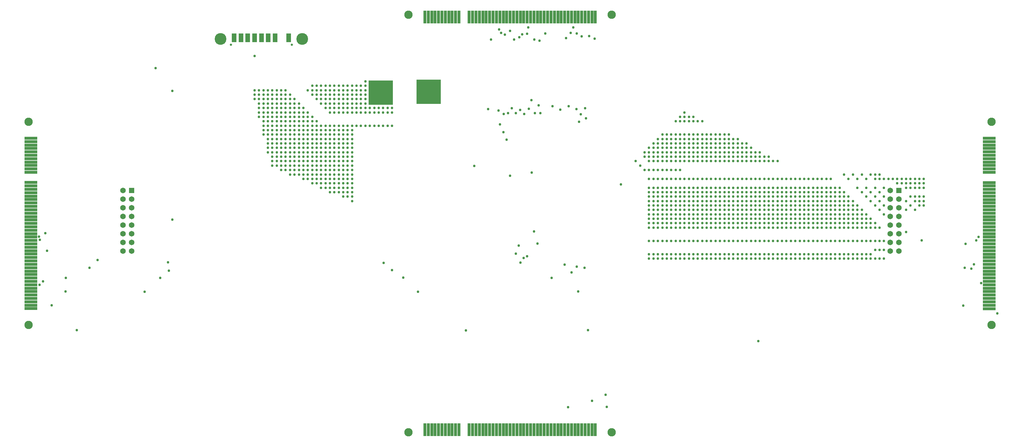
<source format=gbs>
G04*
G04 #@! TF.GenerationSoftware,Altium Limited,Altium Designer,22.11.1 (43)*
G04*
G04 Layer_Color=16711935*
%FSLAX25Y25*%
%MOIN*%
G70*
G04*
G04 #@! TF.SameCoordinates,5E32505C-E00D-4BFB-BC25-6037A3F64914*
G04*
G04*
G04 #@! TF.FilePolarity,Negative*
G04*
G01*
G75*
%ADD17R,0.14764X0.03347*%
%ADD18R,0.03347X0.14764*%
%ADD19R,0.28150X0.28150*%
%ADD20C,0.13583*%
%ADD21C,0.02559*%
%ADD22C,0.09646*%
%ADD23C,0.06496*%
%ADD24R,0.06496X0.06496*%
%ADD25C,0.02953*%
%ADD34R,0.05709X0.10039*%
D17*
X1178347Y408452D02*
D03*
Y404515D02*
D03*
Y400578D02*
D03*
Y396641D02*
D03*
Y392704D02*
D03*
Y388767D02*
D03*
Y384830D02*
D03*
Y380893D02*
D03*
Y376956D02*
D03*
Y373019D02*
D03*
Y369082D02*
D03*
Y357271D02*
D03*
Y353334D02*
D03*
Y349397D02*
D03*
Y345460D02*
D03*
Y341523D02*
D03*
Y337586D02*
D03*
Y333649D02*
D03*
Y329712D02*
D03*
Y325775D02*
D03*
Y321838D02*
D03*
Y317901D02*
D03*
Y313964D02*
D03*
Y310027D02*
D03*
Y306090D02*
D03*
Y302153D02*
D03*
Y298216D02*
D03*
Y294279D02*
D03*
Y290342D02*
D03*
Y286405D02*
D03*
Y282468D02*
D03*
Y278531D02*
D03*
Y274594D02*
D03*
Y270657D02*
D03*
Y266720D02*
D03*
Y262783D02*
D03*
Y258846D02*
D03*
Y254909D02*
D03*
Y250972D02*
D03*
Y247035D02*
D03*
Y243098D02*
D03*
Y239161D02*
D03*
Y235224D02*
D03*
Y231287D02*
D03*
Y227350D02*
D03*
Y223413D02*
D03*
Y219476D02*
D03*
Y215539D02*
D03*
Y211602D02*
D03*
X71654Y408477D02*
D03*
Y404540D02*
D03*
Y400603D02*
D03*
Y396666D02*
D03*
Y392729D02*
D03*
Y388792D02*
D03*
Y384855D02*
D03*
Y380918D02*
D03*
Y376981D02*
D03*
Y373044D02*
D03*
Y369107D02*
D03*
Y357296D02*
D03*
Y353359D02*
D03*
Y349422D02*
D03*
Y345485D02*
D03*
Y341548D02*
D03*
Y337611D02*
D03*
Y333674D02*
D03*
Y329737D02*
D03*
Y325800D02*
D03*
Y321863D02*
D03*
Y317926D02*
D03*
Y313989D02*
D03*
Y310052D02*
D03*
Y306115D02*
D03*
Y302178D02*
D03*
Y298241D02*
D03*
Y294304D02*
D03*
Y290367D02*
D03*
Y286430D02*
D03*
Y282493D02*
D03*
Y278556D02*
D03*
Y274619D02*
D03*
Y270682D02*
D03*
Y266745D02*
D03*
Y262808D02*
D03*
Y258871D02*
D03*
Y254934D02*
D03*
Y250997D02*
D03*
Y247060D02*
D03*
Y243123D02*
D03*
Y239186D02*
D03*
Y235249D02*
D03*
Y231312D02*
D03*
Y227375D02*
D03*
Y223438D02*
D03*
Y219501D02*
D03*
Y215564D02*
D03*
Y211627D02*
D03*
D18*
X526575Y71654D02*
D03*
X530512D02*
D03*
X534449D02*
D03*
X538386D02*
D03*
X542323D02*
D03*
X546260D02*
D03*
X550197D02*
D03*
X554134D02*
D03*
X558071D02*
D03*
X562008D02*
D03*
X565945D02*
D03*
X577756D02*
D03*
X581693D02*
D03*
X585630D02*
D03*
X589567D02*
D03*
X593504D02*
D03*
X597441D02*
D03*
X601378D02*
D03*
X605315D02*
D03*
X609252D02*
D03*
X613189D02*
D03*
X617126D02*
D03*
X621063D02*
D03*
X625000D02*
D03*
X628937D02*
D03*
X632874D02*
D03*
X636811D02*
D03*
X640748D02*
D03*
X644685D02*
D03*
X648622D02*
D03*
X652559D02*
D03*
X656496D02*
D03*
X660433D02*
D03*
X664370D02*
D03*
X668307D02*
D03*
X672244D02*
D03*
X676181D02*
D03*
X680118D02*
D03*
X684055D02*
D03*
X687992D02*
D03*
X691929D02*
D03*
X695866D02*
D03*
X699803D02*
D03*
X703740D02*
D03*
X707677D02*
D03*
X711614D02*
D03*
X715551D02*
D03*
X719488D02*
D03*
X723425D02*
D03*
Y548413D02*
D03*
X719488D02*
D03*
X715551D02*
D03*
X711614D02*
D03*
X707677D02*
D03*
X703740D02*
D03*
X699803D02*
D03*
X695866D02*
D03*
X691929D02*
D03*
X687992D02*
D03*
X684055D02*
D03*
X680118D02*
D03*
X676181D02*
D03*
X672244D02*
D03*
X668307D02*
D03*
X664370D02*
D03*
X660433D02*
D03*
X656496D02*
D03*
X652559D02*
D03*
X648622D02*
D03*
X644685D02*
D03*
X640748D02*
D03*
X636811D02*
D03*
X632874D02*
D03*
X628937D02*
D03*
X625000D02*
D03*
X621063D02*
D03*
X617126D02*
D03*
X613189D02*
D03*
X609252D02*
D03*
X605315D02*
D03*
X601378D02*
D03*
X597441D02*
D03*
X593504D02*
D03*
X589567D02*
D03*
X585630D02*
D03*
X581693D02*
D03*
X577756D02*
D03*
X565945D02*
D03*
X562008D02*
D03*
X558071D02*
D03*
X554134D02*
D03*
X550197D02*
D03*
X546260D02*
D03*
X542323D02*
D03*
X538386D02*
D03*
X534449D02*
D03*
X530512D02*
D03*
X526575D02*
D03*
D19*
X531000Y462000D02*
D03*
X475500Y461000D02*
D03*
D20*
X290736Y523228D02*
D03*
X384830D02*
D03*
D21*
X302743Y516535D02*
D03*
X372822D02*
D03*
D22*
X1181102Y427350D02*
D03*
Y192704D02*
D03*
X507677Y68898D02*
D03*
X742323D02*
D03*
X742323Y551169D02*
D03*
X507677D02*
D03*
X68898Y427375D02*
D03*
Y192729D02*
D03*
D23*
X178071Y277992D02*
D03*
X188071D02*
D03*
X178071Y287992D02*
D03*
X188071D02*
D03*
X178071Y297992D02*
D03*
X188071D02*
D03*
X178071Y307992D02*
D03*
X188071D02*
D03*
X178071Y317992D02*
D03*
X188071D02*
D03*
X178071Y327992D02*
D03*
X188071D02*
D03*
X178071Y337992D02*
D03*
X188071D02*
D03*
X178071Y347992D02*
D03*
X1063898Y277992D02*
D03*
X1073898D02*
D03*
X1063898Y287992D02*
D03*
X1073898D02*
D03*
X1063898Y297992D02*
D03*
X1073898D02*
D03*
X1063898Y307992D02*
D03*
X1073898D02*
D03*
X1063898Y317992D02*
D03*
X1073898D02*
D03*
X1063898Y327992D02*
D03*
X1073898D02*
D03*
X1063898Y337992D02*
D03*
X1073898D02*
D03*
X1063898Y347992D02*
D03*
D24*
X188071D02*
D03*
X1073898D02*
D03*
D25*
X488596Y443372D02*
D03*
Y438254D02*
D03*
Y422900D02*
D03*
X483478Y443372D02*
D03*
Y438254D02*
D03*
Y422900D02*
D03*
X478360Y443372D02*
D03*
Y438254D02*
D03*
Y422900D02*
D03*
X473241Y443372D02*
D03*
Y438254D02*
D03*
Y422900D02*
D03*
X468123Y443372D02*
D03*
Y438254D02*
D03*
Y422900D02*
D03*
X463005Y443372D02*
D03*
Y438254D02*
D03*
Y422900D02*
D03*
X457887Y474081D02*
D03*
Y468963D02*
D03*
Y463845D02*
D03*
Y458727D02*
D03*
Y453609D02*
D03*
Y448490D02*
D03*
Y443372D02*
D03*
Y438254D02*
D03*
Y422900D02*
D03*
X452769Y468963D02*
D03*
Y463845D02*
D03*
Y458727D02*
D03*
Y453609D02*
D03*
Y448490D02*
D03*
Y443372D02*
D03*
Y438254D02*
D03*
Y422900D02*
D03*
X447651Y468963D02*
D03*
Y463845D02*
D03*
Y458727D02*
D03*
Y453609D02*
D03*
Y448490D02*
D03*
Y443372D02*
D03*
Y438254D02*
D03*
Y422900D02*
D03*
X442533Y468963D02*
D03*
Y463845D02*
D03*
Y458727D02*
D03*
Y453609D02*
D03*
Y448490D02*
D03*
Y443372D02*
D03*
Y438254D02*
D03*
Y422900D02*
D03*
Y417782D02*
D03*
Y412664D02*
D03*
Y407546D02*
D03*
Y402427D02*
D03*
Y397309D02*
D03*
Y392191D02*
D03*
Y387073D02*
D03*
Y381955D02*
D03*
Y376837D02*
D03*
Y371719D02*
D03*
Y366601D02*
D03*
Y361483D02*
D03*
Y356364D02*
D03*
Y351246D02*
D03*
Y346128D02*
D03*
Y341010D02*
D03*
Y335892D02*
D03*
X437415Y468963D02*
D03*
Y463845D02*
D03*
Y458727D02*
D03*
Y453609D02*
D03*
Y448490D02*
D03*
Y443372D02*
D03*
Y438254D02*
D03*
Y422900D02*
D03*
Y417782D02*
D03*
Y412664D02*
D03*
Y407546D02*
D03*
Y402427D02*
D03*
Y397309D02*
D03*
Y392191D02*
D03*
Y387073D02*
D03*
Y381955D02*
D03*
Y376837D02*
D03*
Y371719D02*
D03*
Y366601D02*
D03*
Y361483D02*
D03*
Y356364D02*
D03*
Y351246D02*
D03*
Y346128D02*
D03*
Y341010D02*
D03*
X432297Y468963D02*
D03*
Y463845D02*
D03*
Y458727D02*
D03*
Y453609D02*
D03*
Y448490D02*
D03*
Y443372D02*
D03*
Y438254D02*
D03*
Y422900D02*
D03*
Y417782D02*
D03*
Y412664D02*
D03*
Y407546D02*
D03*
Y402427D02*
D03*
Y397309D02*
D03*
Y392191D02*
D03*
Y387073D02*
D03*
Y381955D02*
D03*
Y376837D02*
D03*
Y371719D02*
D03*
Y366601D02*
D03*
Y361483D02*
D03*
Y356364D02*
D03*
Y351246D02*
D03*
Y346128D02*
D03*
Y341010D02*
D03*
X427178Y468963D02*
D03*
Y463845D02*
D03*
Y458727D02*
D03*
Y453609D02*
D03*
Y448490D02*
D03*
Y443372D02*
D03*
Y438254D02*
D03*
Y422900D02*
D03*
Y417782D02*
D03*
Y412664D02*
D03*
Y407546D02*
D03*
Y402427D02*
D03*
Y397309D02*
D03*
Y392191D02*
D03*
Y387073D02*
D03*
Y381955D02*
D03*
Y376837D02*
D03*
Y371719D02*
D03*
Y366601D02*
D03*
Y361483D02*
D03*
Y356364D02*
D03*
Y351246D02*
D03*
Y346128D02*
D03*
X422060Y468963D02*
D03*
Y463845D02*
D03*
Y458727D02*
D03*
Y453609D02*
D03*
Y448490D02*
D03*
Y443372D02*
D03*
Y438254D02*
D03*
Y422900D02*
D03*
Y417782D02*
D03*
Y412664D02*
D03*
Y407546D02*
D03*
Y402427D02*
D03*
Y397309D02*
D03*
Y392191D02*
D03*
Y387073D02*
D03*
Y381955D02*
D03*
Y376837D02*
D03*
Y371719D02*
D03*
Y366601D02*
D03*
Y361483D02*
D03*
Y356364D02*
D03*
Y351246D02*
D03*
Y346128D02*
D03*
X416942Y468963D02*
D03*
Y463845D02*
D03*
Y458727D02*
D03*
Y453609D02*
D03*
Y448490D02*
D03*
Y443372D02*
D03*
Y438254D02*
D03*
Y422900D02*
D03*
Y417782D02*
D03*
Y412664D02*
D03*
Y407546D02*
D03*
Y402427D02*
D03*
Y397309D02*
D03*
Y392191D02*
D03*
Y387073D02*
D03*
Y381955D02*
D03*
Y376837D02*
D03*
Y371719D02*
D03*
Y366601D02*
D03*
Y361483D02*
D03*
Y356364D02*
D03*
Y351246D02*
D03*
Y346128D02*
D03*
X411824Y468963D02*
D03*
Y463845D02*
D03*
Y458727D02*
D03*
Y453609D02*
D03*
Y448490D02*
D03*
Y443372D02*
D03*
Y422900D02*
D03*
Y417782D02*
D03*
Y412664D02*
D03*
Y407546D02*
D03*
Y402427D02*
D03*
Y397309D02*
D03*
Y392191D02*
D03*
Y387073D02*
D03*
Y381955D02*
D03*
Y376837D02*
D03*
Y371719D02*
D03*
Y366601D02*
D03*
Y361483D02*
D03*
Y356364D02*
D03*
Y351246D02*
D03*
X406706Y468963D02*
D03*
Y463845D02*
D03*
Y458727D02*
D03*
Y453609D02*
D03*
Y448490D02*
D03*
Y422900D02*
D03*
Y417782D02*
D03*
Y412664D02*
D03*
Y407546D02*
D03*
Y402427D02*
D03*
Y397309D02*
D03*
Y392191D02*
D03*
Y387073D02*
D03*
Y381955D02*
D03*
Y376837D02*
D03*
Y371719D02*
D03*
Y366601D02*
D03*
Y361483D02*
D03*
Y356364D02*
D03*
Y351246D02*
D03*
X401588Y468963D02*
D03*
Y463845D02*
D03*
Y458727D02*
D03*
Y453609D02*
D03*
Y428018D02*
D03*
Y422900D02*
D03*
Y417782D02*
D03*
Y412664D02*
D03*
Y407546D02*
D03*
Y402427D02*
D03*
Y397309D02*
D03*
Y392191D02*
D03*
Y387073D02*
D03*
Y381955D02*
D03*
Y376837D02*
D03*
Y371719D02*
D03*
Y366601D02*
D03*
Y361483D02*
D03*
Y356364D02*
D03*
X396470Y468963D02*
D03*
Y463845D02*
D03*
Y458727D02*
D03*
Y433136D02*
D03*
Y428018D02*
D03*
Y422900D02*
D03*
Y417782D02*
D03*
Y412664D02*
D03*
Y407546D02*
D03*
Y402427D02*
D03*
Y397309D02*
D03*
Y392191D02*
D03*
Y387073D02*
D03*
Y381955D02*
D03*
Y376837D02*
D03*
Y371719D02*
D03*
Y366601D02*
D03*
Y361483D02*
D03*
Y356364D02*
D03*
X391352Y463845D02*
D03*
Y438254D02*
D03*
Y433136D02*
D03*
Y428018D02*
D03*
Y422900D02*
D03*
Y417782D02*
D03*
Y412664D02*
D03*
Y407546D02*
D03*
Y402427D02*
D03*
Y397309D02*
D03*
Y392191D02*
D03*
Y387073D02*
D03*
Y381955D02*
D03*
Y376837D02*
D03*
Y371719D02*
D03*
Y366601D02*
D03*
Y361483D02*
D03*
X386233Y443372D02*
D03*
Y438254D02*
D03*
Y433136D02*
D03*
Y428018D02*
D03*
Y422900D02*
D03*
Y417782D02*
D03*
Y412664D02*
D03*
Y407546D02*
D03*
Y402427D02*
D03*
Y397309D02*
D03*
Y392191D02*
D03*
Y387073D02*
D03*
Y381955D02*
D03*
Y376837D02*
D03*
Y371719D02*
D03*
Y366601D02*
D03*
Y361483D02*
D03*
X381115Y448490D02*
D03*
Y443372D02*
D03*
Y438254D02*
D03*
Y433136D02*
D03*
Y428018D02*
D03*
Y422900D02*
D03*
Y417782D02*
D03*
Y412664D02*
D03*
Y407546D02*
D03*
Y402427D02*
D03*
Y397309D02*
D03*
Y392191D02*
D03*
Y387073D02*
D03*
Y381955D02*
D03*
Y376837D02*
D03*
Y371719D02*
D03*
Y366601D02*
D03*
X375997Y453609D02*
D03*
Y448490D02*
D03*
Y443372D02*
D03*
Y438254D02*
D03*
Y433136D02*
D03*
Y428018D02*
D03*
Y422900D02*
D03*
Y417782D02*
D03*
Y412664D02*
D03*
Y407546D02*
D03*
Y402427D02*
D03*
Y397309D02*
D03*
Y392191D02*
D03*
Y387073D02*
D03*
Y381955D02*
D03*
Y376837D02*
D03*
Y371719D02*
D03*
Y366601D02*
D03*
X370879Y458727D02*
D03*
Y453609D02*
D03*
Y448490D02*
D03*
Y443372D02*
D03*
Y438254D02*
D03*
Y433136D02*
D03*
Y428018D02*
D03*
Y422900D02*
D03*
Y417782D02*
D03*
Y412664D02*
D03*
Y407546D02*
D03*
Y402427D02*
D03*
Y397309D02*
D03*
Y392191D02*
D03*
Y387073D02*
D03*
Y381955D02*
D03*
Y376837D02*
D03*
Y371719D02*
D03*
Y366601D02*
D03*
X365761Y463845D02*
D03*
Y458727D02*
D03*
Y453609D02*
D03*
Y448490D02*
D03*
Y443372D02*
D03*
Y438254D02*
D03*
Y433136D02*
D03*
Y428018D02*
D03*
Y422900D02*
D03*
Y417782D02*
D03*
Y412664D02*
D03*
Y407546D02*
D03*
Y402427D02*
D03*
Y397309D02*
D03*
Y392191D02*
D03*
Y387073D02*
D03*
Y381955D02*
D03*
Y376837D02*
D03*
Y371719D02*
D03*
X360643Y463845D02*
D03*
Y458727D02*
D03*
Y453609D02*
D03*
Y448490D02*
D03*
Y443372D02*
D03*
Y438254D02*
D03*
Y433136D02*
D03*
Y428018D02*
D03*
Y422900D02*
D03*
Y417782D02*
D03*
Y412664D02*
D03*
Y407546D02*
D03*
Y402427D02*
D03*
Y397309D02*
D03*
Y392191D02*
D03*
Y387073D02*
D03*
Y381955D02*
D03*
Y376837D02*
D03*
Y371719D02*
D03*
X355525Y463845D02*
D03*
Y458727D02*
D03*
Y453609D02*
D03*
Y448490D02*
D03*
Y443372D02*
D03*
Y438254D02*
D03*
Y433136D02*
D03*
Y428018D02*
D03*
Y422900D02*
D03*
Y417782D02*
D03*
Y412664D02*
D03*
Y407546D02*
D03*
Y402427D02*
D03*
Y397309D02*
D03*
Y392191D02*
D03*
Y387073D02*
D03*
Y381955D02*
D03*
Y376837D02*
D03*
X350407Y463845D02*
D03*
Y458727D02*
D03*
Y453609D02*
D03*
Y448490D02*
D03*
Y443372D02*
D03*
Y438254D02*
D03*
Y433136D02*
D03*
Y428018D02*
D03*
Y422900D02*
D03*
Y417782D02*
D03*
Y412664D02*
D03*
Y407546D02*
D03*
Y402427D02*
D03*
Y397309D02*
D03*
Y392191D02*
D03*
Y387073D02*
D03*
Y381955D02*
D03*
Y376837D02*
D03*
X345289Y463845D02*
D03*
Y458727D02*
D03*
Y453609D02*
D03*
Y448490D02*
D03*
Y443372D02*
D03*
Y438254D02*
D03*
Y433136D02*
D03*
Y428018D02*
D03*
Y422900D02*
D03*
Y417782D02*
D03*
Y412664D02*
D03*
Y407546D02*
D03*
Y402427D02*
D03*
Y397309D02*
D03*
Y392191D02*
D03*
X340171Y463845D02*
D03*
Y458727D02*
D03*
Y453609D02*
D03*
Y448490D02*
D03*
Y443372D02*
D03*
Y438254D02*
D03*
Y433136D02*
D03*
Y428018D02*
D03*
Y422900D02*
D03*
Y417782D02*
D03*
Y412664D02*
D03*
X335052Y463845D02*
D03*
Y458727D02*
D03*
Y453609D02*
D03*
Y448490D02*
D03*
Y443372D02*
D03*
Y438254D02*
D03*
Y433136D02*
D03*
X329934Y463845D02*
D03*
Y458727D02*
D03*
Y453609D02*
D03*
X203000Y231000D02*
D03*
X518500D02*
D03*
X703620Y231529D02*
D03*
X111724Y231312D02*
D03*
X613189Y424408D02*
D03*
X617126Y415508D02*
D03*
X230000Y265000D02*
D03*
X479000Y264500D02*
D03*
X231000Y255500D02*
D03*
X488500Y256000D02*
D03*
X221000Y247000D02*
D03*
X501500Y247500D02*
D03*
X124520Y186608D02*
D03*
X574000Y186500D02*
D03*
X1102769Y361483D02*
D03*
Y356364D02*
D03*
Y351246D02*
D03*
Y341010D02*
D03*
Y335892D02*
D03*
Y330774D02*
D03*
X1097651Y361483D02*
D03*
Y356364D02*
D03*
Y351246D02*
D03*
Y341010D02*
D03*
Y335892D02*
D03*
Y330774D02*
D03*
X1092533Y361483D02*
D03*
Y356364D02*
D03*
Y351246D02*
D03*
Y341010D02*
D03*
Y335892D02*
D03*
Y325656D02*
D03*
X1087414Y361483D02*
D03*
Y356364D02*
D03*
Y351246D02*
D03*
Y341010D02*
D03*
Y330774D02*
D03*
X1082296Y361483D02*
D03*
Y356364D02*
D03*
Y351246D02*
D03*
Y335892D02*
D03*
Y325656D02*
D03*
Y300065D02*
D03*
X1077178Y361483D02*
D03*
Y356364D02*
D03*
X1072060Y361483D02*
D03*
Y356364D02*
D03*
X1066942Y361483D02*
D03*
X1061824D02*
D03*
X1056706D02*
D03*
Y351246D02*
D03*
Y341010D02*
D03*
Y330774D02*
D03*
Y320538D02*
D03*
Y289829D02*
D03*
Y279593D02*
D03*
Y269357D02*
D03*
X1051588Y366601D02*
D03*
Y361483D02*
D03*
Y346128D02*
D03*
Y335892D02*
D03*
Y325656D02*
D03*
Y305183D02*
D03*
Y289829D02*
D03*
Y279593D02*
D03*
Y269357D02*
D03*
X1046470Y366601D02*
D03*
Y361483D02*
D03*
Y351246D02*
D03*
Y341010D02*
D03*
Y330774D02*
D03*
Y310301D02*
D03*
Y305183D02*
D03*
Y289829D02*
D03*
Y279593D02*
D03*
Y269357D02*
D03*
X1041352Y366601D02*
D03*
Y346128D02*
D03*
Y335892D02*
D03*
Y315420D02*
D03*
Y310301D02*
D03*
Y305183D02*
D03*
Y289829D02*
D03*
Y274475D02*
D03*
Y269357D02*
D03*
X1036233Y361483D02*
D03*
Y351246D02*
D03*
Y341010D02*
D03*
Y320538D02*
D03*
Y315420D02*
D03*
Y310301D02*
D03*
Y305183D02*
D03*
Y289829D02*
D03*
Y274475D02*
D03*
Y269357D02*
D03*
X1031115Y366601D02*
D03*
Y346128D02*
D03*
Y325656D02*
D03*
Y320538D02*
D03*
Y315420D02*
D03*
Y310301D02*
D03*
Y305183D02*
D03*
Y289829D02*
D03*
Y274475D02*
D03*
Y269357D02*
D03*
X1025997Y361483D02*
D03*
Y351246D02*
D03*
Y330774D02*
D03*
Y325656D02*
D03*
Y320538D02*
D03*
Y315420D02*
D03*
Y310301D02*
D03*
Y305183D02*
D03*
Y289829D02*
D03*
Y274475D02*
D03*
Y269357D02*
D03*
X1020879Y366601D02*
D03*
Y335892D02*
D03*
Y330774D02*
D03*
Y325656D02*
D03*
Y320538D02*
D03*
Y315420D02*
D03*
Y310301D02*
D03*
Y305183D02*
D03*
Y289829D02*
D03*
Y274475D02*
D03*
Y269357D02*
D03*
X1015761Y361483D02*
D03*
Y341010D02*
D03*
Y335892D02*
D03*
Y330774D02*
D03*
Y325656D02*
D03*
Y320538D02*
D03*
Y315420D02*
D03*
Y310301D02*
D03*
Y305183D02*
D03*
Y289829D02*
D03*
Y274475D02*
D03*
Y269357D02*
D03*
X1010643Y366601D02*
D03*
Y346128D02*
D03*
Y341010D02*
D03*
Y335892D02*
D03*
Y330774D02*
D03*
Y325656D02*
D03*
Y320538D02*
D03*
Y315420D02*
D03*
Y310301D02*
D03*
Y305183D02*
D03*
Y289829D02*
D03*
Y274475D02*
D03*
Y269357D02*
D03*
X1005525Y351246D02*
D03*
Y346128D02*
D03*
Y341010D02*
D03*
Y335892D02*
D03*
Y330774D02*
D03*
Y325656D02*
D03*
Y320538D02*
D03*
Y315420D02*
D03*
Y310301D02*
D03*
Y305183D02*
D03*
Y289829D02*
D03*
Y274475D02*
D03*
Y269357D02*
D03*
X1000407Y351246D02*
D03*
Y346128D02*
D03*
Y341010D02*
D03*
Y335892D02*
D03*
Y330774D02*
D03*
Y325656D02*
D03*
Y320538D02*
D03*
Y315420D02*
D03*
Y310301D02*
D03*
Y305183D02*
D03*
Y289829D02*
D03*
Y274475D02*
D03*
Y269357D02*
D03*
X995289Y361483D02*
D03*
Y351246D02*
D03*
Y346128D02*
D03*
Y341010D02*
D03*
Y335892D02*
D03*
Y330774D02*
D03*
Y325656D02*
D03*
Y320538D02*
D03*
Y315420D02*
D03*
Y310301D02*
D03*
Y305183D02*
D03*
Y289829D02*
D03*
Y274475D02*
D03*
Y269357D02*
D03*
X990170Y361483D02*
D03*
Y351246D02*
D03*
Y346128D02*
D03*
Y341010D02*
D03*
Y335892D02*
D03*
Y330774D02*
D03*
Y325656D02*
D03*
Y320538D02*
D03*
Y315420D02*
D03*
Y310301D02*
D03*
Y305183D02*
D03*
Y289829D02*
D03*
Y274475D02*
D03*
Y269357D02*
D03*
X985052Y361483D02*
D03*
Y351246D02*
D03*
Y346128D02*
D03*
Y341010D02*
D03*
Y335892D02*
D03*
Y330774D02*
D03*
Y325656D02*
D03*
Y320538D02*
D03*
Y315420D02*
D03*
Y310301D02*
D03*
Y305183D02*
D03*
Y289829D02*
D03*
Y274475D02*
D03*
Y269357D02*
D03*
X979934Y361483D02*
D03*
Y351246D02*
D03*
Y346128D02*
D03*
Y341010D02*
D03*
Y335892D02*
D03*
Y330774D02*
D03*
Y325656D02*
D03*
Y320538D02*
D03*
Y315420D02*
D03*
Y310301D02*
D03*
Y305183D02*
D03*
Y289829D02*
D03*
Y274475D02*
D03*
Y269357D02*
D03*
X974816Y361483D02*
D03*
Y351246D02*
D03*
Y346128D02*
D03*
Y341010D02*
D03*
Y335892D02*
D03*
Y330774D02*
D03*
Y325656D02*
D03*
Y320538D02*
D03*
Y315420D02*
D03*
Y310301D02*
D03*
Y305183D02*
D03*
Y289829D02*
D03*
Y274475D02*
D03*
Y269357D02*
D03*
X969698Y361483D02*
D03*
Y351246D02*
D03*
Y346128D02*
D03*
Y341010D02*
D03*
Y335892D02*
D03*
Y330774D02*
D03*
Y325656D02*
D03*
Y320538D02*
D03*
Y315420D02*
D03*
Y310301D02*
D03*
Y305183D02*
D03*
Y289829D02*
D03*
Y274475D02*
D03*
Y269357D02*
D03*
X964580Y361483D02*
D03*
Y351246D02*
D03*
Y346128D02*
D03*
Y341010D02*
D03*
Y335892D02*
D03*
Y330774D02*
D03*
Y325656D02*
D03*
Y320538D02*
D03*
Y315420D02*
D03*
Y310301D02*
D03*
Y305183D02*
D03*
Y289829D02*
D03*
Y274475D02*
D03*
Y269357D02*
D03*
X959462Y361483D02*
D03*
Y351246D02*
D03*
Y346128D02*
D03*
Y341010D02*
D03*
Y335892D02*
D03*
Y330774D02*
D03*
Y325656D02*
D03*
Y320538D02*
D03*
Y315420D02*
D03*
Y310301D02*
D03*
Y305183D02*
D03*
Y289829D02*
D03*
Y274475D02*
D03*
Y269357D02*
D03*
X954344Y361483D02*
D03*
Y351246D02*
D03*
Y346128D02*
D03*
Y341010D02*
D03*
Y335892D02*
D03*
Y330774D02*
D03*
Y325656D02*
D03*
Y320538D02*
D03*
Y315420D02*
D03*
Y310301D02*
D03*
Y305183D02*
D03*
Y289829D02*
D03*
Y274475D02*
D03*
Y269357D02*
D03*
X949226Y361483D02*
D03*
Y351246D02*
D03*
Y346128D02*
D03*
Y341010D02*
D03*
Y335892D02*
D03*
Y330774D02*
D03*
Y325656D02*
D03*
Y320538D02*
D03*
Y315420D02*
D03*
Y310301D02*
D03*
Y305183D02*
D03*
Y289829D02*
D03*
Y274475D02*
D03*
Y269357D02*
D03*
X944108Y361483D02*
D03*
Y351246D02*
D03*
Y346128D02*
D03*
Y341010D02*
D03*
Y335892D02*
D03*
Y330774D02*
D03*
Y325656D02*
D03*
Y320538D02*
D03*
Y315420D02*
D03*
Y310301D02*
D03*
Y305183D02*
D03*
Y289829D02*
D03*
Y274475D02*
D03*
Y269357D02*
D03*
X938989Y361483D02*
D03*
Y351246D02*
D03*
Y346128D02*
D03*
Y341010D02*
D03*
Y335892D02*
D03*
Y330774D02*
D03*
Y325656D02*
D03*
Y320538D02*
D03*
Y315420D02*
D03*
Y310301D02*
D03*
Y305183D02*
D03*
Y289829D02*
D03*
Y274475D02*
D03*
Y269357D02*
D03*
X933871Y381955D02*
D03*
Y361483D02*
D03*
Y351246D02*
D03*
Y346128D02*
D03*
Y341010D02*
D03*
Y335892D02*
D03*
Y330774D02*
D03*
Y325656D02*
D03*
Y320538D02*
D03*
Y315420D02*
D03*
Y310301D02*
D03*
Y305183D02*
D03*
Y289829D02*
D03*
Y274475D02*
D03*
Y269357D02*
D03*
X928753Y381955D02*
D03*
Y361483D02*
D03*
Y351246D02*
D03*
Y346128D02*
D03*
Y341010D02*
D03*
Y335892D02*
D03*
Y330774D02*
D03*
Y325656D02*
D03*
Y320538D02*
D03*
Y315420D02*
D03*
Y310301D02*
D03*
Y305183D02*
D03*
Y289829D02*
D03*
Y274475D02*
D03*
Y269357D02*
D03*
X923635Y387073D02*
D03*
Y381955D02*
D03*
Y361483D02*
D03*
Y351246D02*
D03*
Y346128D02*
D03*
Y341010D02*
D03*
Y335892D02*
D03*
Y330774D02*
D03*
Y325656D02*
D03*
Y320538D02*
D03*
Y315420D02*
D03*
Y310301D02*
D03*
Y305183D02*
D03*
Y289829D02*
D03*
Y274475D02*
D03*
Y269357D02*
D03*
X918517Y387073D02*
D03*
Y381955D02*
D03*
Y361483D02*
D03*
Y351246D02*
D03*
Y346128D02*
D03*
Y341010D02*
D03*
Y335892D02*
D03*
Y330774D02*
D03*
Y325656D02*
D03*
Y320538D02*
D03*
Y315420D02*
D03*
Y310301D02*
D03*
Y305183D02*
D03*
Y289829D02*
D03*
Y274475D02*
D03*
Y269357D02*
D03*
X913399Y392191D02*
D03*
Y387073D02*
D03*
Y381955D02*
D03*
Y361483D02*
D03*
Y351246D02*
D03*
Y346128D02*
D03*
Y341010D02*
D03*
Y335892D02*
D03*
Y330774D02*
D03*
Y325656D02*
D03*
Y320538D02*
D03*
Y315420D02*
D03*
Y310301D02*
D03*
Y305183D02*
D03*
Y289829D02*
D03*
Y274475D02*
D03*
Y269357D02*
D03*
X908281Y392191D02*
D03*
Y387073D02*
D03*
Y381955D02*
D03*
Y361483D02*
D03*
Y351246D02*
D03*
Y346128D02*
D03*
Y341010D02*
D03*
Y335892D02*
D03*
Y330774D02*
D03*
Y325656D02*
D03*
Y320538D02*
D03*
Y315420D02*
D03*
Y310301D02*
D03*
Y305183D02*
D03*
Y289829D02*
D03*
Y274475D02*
D03*
Y269357D02*
D03*
X903163Y397309D02*
D03*
Y392191D02*
D03*
Y387073D02*
D03*
Y381955D02*
D03*
Y361483D02*
D03*
Y351246D02*
D03*
Y346128D02*
D03*
Y341010D02*
D03*
Y335892D02*
D03*
Y330774D02*
D03*
Y325656D02*
D03*
Y320538D02*
D03*
Y315420D02*
D03*
Y310301D02*
D03*
Y305183D02*
D03*
Y289829D02*
D03*
Y274475D02*
D03*
Y269357D02*
D03*
X898044Y402427D02*
D03*
Y397309D02*
D03*
Y392191D02*
D03*
Y387073D02*
D03*
Y381955D02*
D03*
Y361483D02*
D03*
Y351246D02*
D03*
Y346128D02*
D03*
Y341010D02*
D03*
Y335892D02*
D03*
Y330774D02*
D03*
Y325656D02*
D03*
Y320538D02*
D03*
Y315420D02*
D03*
Y310301D02*
D03*
Y305183D02*
D03*
Y289829D02*
D03*
Y274475D02*
D03*
Y269357D02*
D03*
X892926Y402427D02*
D03*
Y397309D02*
D03*
Y392191D02*
D03*
Y387073D02*
D03*
Y381955D02*
D03*
Y361483D02*
D03*
Y351246D02*
D03*
Y346128D02*
D03*
Y341010D02*
D03*
Y335892D02*
D03*
Y330774D02*
D03*
Y325656D02*
D03*
Y320538D02*
D03*
Y315420D02*
D03*
Y310301D02*
D03*
Y305183D02*
D03*
Y289829D02*
D03*
Y274475D02*
D03*
Y269357D02*
D03*
X887808Y407546D02*
D03*
Y402427D02*
D03*
Y397309D02*
D03*
Y392191D02*
D03*
Y387073D02*
D03*
Y381955D02*
D03*
Y361483D02*
D03*
Y351246D02*
D03*
Y346128D02*
D03*
Y341010D02*
D03*
Y335892D02*
D03*
Y330774D02*
D03*
Y325656D02*
D03*
Y320538D02*
D03*
Y315420D02*
D03*
Y310301D02*
D03*
Y305183D02*
D03*
Y289829D02*
D03*
Y274475D02*
D03*
Y269357D02*
D03*
X882690Y407546D02*
D03*
Y402427D02*
D03*
Y397309D02*
D03*
Y392191D02*
D03*
Y387073D02*
D03*
Y381955D02*
D03*
Y361483D02*
D03*
Y351246D02*
D03*
Y346128D02*
D03*
Y341010D02*
D03*
Y335892D02*
D03*
Y330774D02*
D03*
Y325656D02*
D03*
Y320538D02*
D03*
Y315420D02*
D03*
Y310301D02*
D03*
Y305183D02*
D03*
Y289829D02*
D03*
Y274475D02*
D03*
Y269357D02*
D03*
X877572Y412664D02*
D03*
Y407546D02*
D03*
Y402427D02*
D03*
Y397309D02*
D03*
Y392191D02*
D03*
Y387073D02*
D03*
Y381955D02*
D03*
Y361483D02*
D03*
Y351246D02*
D03*
Y346128D02*
D03*
Y341010D02*
D03*
Y335892D02*
D03*
Y330774D02*
D03*
Y325656D02*
D03*
Y320538D02*
D03*
Y315420D02*
D03*
Y310301D02*
D03*
Y305183D02*
D03*
Y289829D02*
D03*
Y274475D02*
D03*
Y269357D02*
D03*
X872454Y412664D02*
D03*
Y407546D02*
D03*
Y402427D02*
D03*
Y397309D02*
D03*
Y392191D02*
D03*
Y387073D02*
D03*
Y381955D02*
D03*
Y361483D02*
D03*
Y351246D02*
D03*
Y346128D02*
D03*
Y341010D02*
D03*
Y335892D02*
D03*
Y330774D02*
D03*
Y325656D02*
D03*
Y320538D02*
D03*
Y315420D02*
D03*
Y310301D02*
D03*
Y305183D02*
D03*
Y289829D02*
D03*
Y274475D02*
D03*
Y269357D02*
D03*
X867336Y412664D02*
D03*
Y407546D02*
D03*
Y402427D02*
D03*
Y397309D02*
D03*
Y392191D02*
D03*
Y387073D02*
D03*
Y381955D02*
D03*
Y361483D02*
D03*
Y351246D02*
D03*
Y346128D02*
D03*
Y341010D02*
D03*
Y335892D02*
D03*
Y330774D02*
D03*
Y325656D02*
D03*
Y320538D02*
D03*
Y315420D02*
D03*
Y310301D02*
D03*
Y305183D02*
D03*
Y289829D02*
D03*
Y274475D02*
D03*
Y269357D02*
D03*
X862218Y412664D02*
D03*
Y407546D02*
D03*
Y402427D02*
D03*
Y397309D02*
D03*
Y392191D02*
D03*
Y387073D02*
D03*
Y381955D02*
D03*
Y361483D02*
D03*
Y351246D02*
D03*
Y346128D02*
D03*
Y341010D02*
D03*
Y335892D02*
D03*
Y330774D02*
D03*
Y325656D02*
D03*
Y320538D02*
D03*
Y315420D02*
D03*
Y310301D02*
D03*
Y305183D02*
D03*
Y289829D02*
D03*
Y274475D02*
D03*
Y269357D02*
D03*
X857100Y412664D02*
D03*
Y407546D02*
D03*
Y402427D02*
D03*
Y397309D02*
D03*
Y392191D02*
D03*
Y387073D02*
D03*
Y381955D02*
D03*
Y361483D02*
D03*
Y351246D02*
D03*
Y346128D02*
D03*
Y341010D02*
D03*
Y335892D02*
D03*
Y330774D02*
D03*
Y325656D02*
D03*
Y320538D02*
D03*
Y315420D02*
D03*
Y310301D02*
D03*
Y305183D02*
D03*
Y289829D02*
D03*
Y274475D02*
D03*
Y269357D02*
D03*
X851982Y412664D02*
D03*
Y407546D02*
D03*
Y402427D02*
D03*
Y397309D02*
D03*
Y392191D02*
D03*
Y387073D02*
D03*
Y381955D02*
D03*
Y361483D02*
D03*
Y351246D02*
D03*
Y346128D02*
D03*
Y341010D02*
D03*
Y335892D02*
D03*
Y330774D02*
D03*
Y325656D02*
D03*
Y320538D02*
D03*
Y315420D02*
D03*
Y310301D02*
D03*
Y305183D02*
D03*
Y289829D02*
D03*
Y274475D02*
D03*
Y269357D02*
D03*
X846863Y428018D02*
D03*
Y412664D02*
D03*
Y407546D02*
D03*
Y402427D02*
D03*
Y397309D02*
D03*
Y392191D02*
D03*
Y387073D02*
D03*
Y381955D02*
D03*
Y361483D02*
D03*
Y351246D02*
D03*
Y346128D02*
D03*
Y341010D02*
D03*
Y335892D02*
D03*
Y330774D02*
D03*
Y325656D02*
D03*
Y320538D02*
D03*
Y315420D02*
D03*
Y310301D02*
D03*
Y305183D02*
D03*
Y289829D02*
D03*
Y274475D02*
D03*
Y269357D02*
D03*
X841745Y428018D02*
D03*
Y412664D02*
D03*
Y407546D02*
D03*
Y402427D02*
D03*
Y397309D02*
D03*
Y392191D02*
D03*
Y387073D02*
D03*
Y381955D02*
D03*
Y361483D02*
D03*
Y351246D02*
D03*
Y346128D02*
D03*
Y341010D02*
D03*
Y335892D02*
D03*
Y330774D02*
D03*
Y325656D02*
D03*
Y320538D02*
D03*
Y315420D02*
D03*
Y310301D02*
D03*
Y305183D02*
D03*
Y289829D02*
D03*
Y274475D02*
D03*
Y269357D02*
D03*
X836627Y433136D02*
D03*
Y428018D02*
D03*
Y412664D02*
D03*
Y407546D02*
D03*
Y402427D02*
D03*
Y397309D02*
D03*
Y392191D02*
D03*
Y387073D02*
D03*
Y381955D02*
D03*
Y361483D02*
D03*
Y351246D02*
D03*
Y346128D02*
D03*
Y341010D02*
D03*
Y335892D02*
D03*
Y330774D02*
D03*
Y325656D02*
D03*
Y320538D02*
D03*
Y315420D02*
D03*
Y310301D02*
D03*
Y305183D02*
D03*
Y289829D02*
D03*
Y274475D02*
D03*
Y269357D02*
D03*
X831509Y433136D02*
D03*
Y428018D02*
D03*
Y412664D02*
D03*
Y407546D02*
D03*
Y402427D02*
D03*
Y397309D02*
D03*
Y392191D02*
D03*
Y387073D02*
D03*
Y381955D02*
D03*
Y361483D02*
D03*
Y351246D02*
D03*
Y346128D02*
D03*
Y341010D02*
D03*
Y335892D02*
D03*
Y330774D02*
D03*
Y325656D02*
D03*
Y320538D02*
D03*
Y315420D02*
D03*
Y310301D02*
D03*
Y305183D02*
D03*
Y289829D02*
D03*
Y274475D02*
D03*
Y269357D02*
D03*
X826391Y438254D02*
D03*
Y433136D02*
D03*
Y428018D02*
D03*
Y412664D02*
D03*
Y407546D02*
D03*
Y402427D02*
D03*
Y397309D02*
D03*
Y392191D02*
D03*
Y387073D02*
D03*
Y381955D02*
D03*
Y361483D02*
D03*
Y351246D02*
D03*
Y346128D02*
D03*
Y341010D02*
D03*
Y335892D02*
D03*
Y330774D02*
D03*
Y325656D02*
D03*
Y320538D02*
D03*
Y315420D02*
D03*
Y310301D02*
D03*
Y305183D02*
D03*
Y289829D02*
D03*
Y274475D02*
D03*
Y269357D02*
D03*
X821273Y433136D02*
D03*
Y428018D02*
D03*
Y412664D02*
D03*
Y407546D02*
D03*
Y402427D02*
D03*
Y397309D02*
D03*
Y392191D02*
D03*
Y387073D02*
D03*
Y381955D02*
D03*
Y371719D02*
D03*
Y361483D02*
D03*
Y351246D02*
D03*
Y346128D02*
D03*
Y341010D02*
D03*
Y335892D02*
D03*
Y330774D02*
D03*
Y325656D02*
D03*
Y320538D02*
D03*
Y315420D02*
D03*
Y310301D02*
D03*
Y305183D02*
D03*
Y289829D02*
D03*
Y274475D02*
D03*
Y269357D02*
D03*
X816155Y428018D02*
D03*
Y412664D02*
D03*
Y407546D02*
D03*
Y402427D02*
D03*
Y397309D02*
D03*
Y392191D02*
D03*
Y387073D02*
D03*
Y381955D02*
D03*
Y371719D02*
D03*
Y361483D02*
D03*
Y351246D02*
D03*
Y346128D02*
D03*
Y341010D02*
D03*
Y335892D02*
D03*
Y330774D02*
D03*
Y325656D02*
D03*
Y320538D02*
D03*
Y315420D02*
D03*
Y310301D02*
D03*
Y305183D02*
D03*
Y289829D02*
D03*
Y274475D02*
D03*
Y269357D02*
D03*
X811037Y412664D02*
D03*
Y407546D02*
D03*
Y402427D02*
D03*
Y397309D02*
D03*
Y392191D02*
D03*
Y387073D02*
D03*
Y381955D02*
D03*
Y371719D02*
D03*
Y361483D02*
D03*
Y351246D02*
D03*
Y346128D02*
D03*
Y341010D02*
D03*
Y335892D02*
D03*
Y330774D02*
D03*
Y325656D02*
D03*
Y320538D02*
D03*
Y315420D02*
D03*
Y310301D02*
D03*
Y305183D02*
D03*
Y289829D02*
D03*
Y274475D02*
D03*
Y269357D02*
D03*
X805919Y412664D02*
D03*
Y407546D02*
D03*
Y402427D02*
D03*
Y397309D02*
D03*
Y392191D02*
D03*
Y387073D02*
D03*
Y381955D02*
D03*
Y371719D02*
D03*
Y361483D02*
D03*
Y351246D02*
D03*
Y346128D02*
D03*
Y341010D02*
D03*
Y335892D02*
D03*
Y330774D02*
D03*
Y325656D02*
D03*
Y320538D02*
D03*
Y315420D02*
D03*
Y310301D02*
D03*
Y305183D02*
D03*
Y289829D02*
D03*
Y274475D02*
D03*
Y269357D02*
D03*
X800800Y412664D02*
D03*
Y407546D02*
D03*
Y402427D02*
D03*
Y397309D02*
D03*
Y392191D02*
D03*
Y387073D02*
D03*
Y381955D02*
D03*
Y371719D02*
D03*
Y361483D02*
D03*
Y351246D02*
D03*
Y346128D02*
D03*
Y341010D02*
D03*
Y335892D02*
D03*
Y330774D02*
D03*
Y325656D02*
D03*
Y320538D02*
D03*
Y315420D02*
D03*
Y310301D02*
D03*
Y305183D02*
D03*
Y289829D02*
D03*
Y274475D02*
D03*
Y269357D02*
D03*
X795682Y407546D02*
D03*
Y402427D02*
D03*
Y397309D02*
D03*
Y392191D02*
D03*
Y387073D02*
D03*
Y381955D02*
D03*
Y371719D02*
D03*
Y361483D02*
D03*
Y351246D02*
D03*
Y346128D02*
D03*
Y341010D02*
D03*
Y335892D02*
D03*
Y330774D02*
D03*
Y325656D02*
D03*
Y320538D02*
D03*
Y315420D02*
D03*
Y310301D02*
D03*
Y305183D02*
D03*
Y289829D02*
D03*
Y274475D02*
D03*
Y269357D02*
D03*
X790564Y402427D02*
D03*
Y397309D02*
D03*
Y392191D02*
D03*
Y387073D02*
D03*
Y381955D02*
D03*
Y371719D02*
D03*
Y361483D02*
D03*
Y351246D02*
D03*
Y346128D02*
D03*
Y341010D02*
D03*
Y335892D02*
D03*
Y330774D02*
D03*
Y325656D02*
D03*
Y320538D02*
D03*
Y315420D02*
D03*
Y310301D02*
D03*
Y305183D02*
D03*
Y289829D02*
D03*
Y274475D02*
D03*
Y269357D02*
D03*
X785446Y397309D02*
D03*
Y392191D02*
D03*
Y387073D02*
D03*
Y381955D02*
D03*
Y371719D02*
D03*
Y361483D02*
D03*
Y351246D02*
D03*
Y346128D02*
D03*
Y341010D02*
D03*
Y335892D02*
D03*
Y330774D02*
D03*
Y325656D02*
D03*
Y320538D02*
D03*
Y315420D02*
D03*
Y310301D02*
D03*
Y305183D02*
D03*
Y289829D02*
D03*
Y274475D02*
D03*
Y269357D02*
D03*
X780328Y392191D02*
D03*
Y387073D02*
D03*
Y371719D02*
D03*
X775210Y376837D02*
D03*
X770092Y381955D02*
D03*
X691929Y97898D02*
D03*
X736500Y98000D02*
D03*
X735172Y112172D02*
D03*
X719488Y104950D02*
D03*
X644500Y272000D02*
D03*
X80832Y294708D02*
D03*
X660000Y437500D02*
D03*
X658000Y446500D02*
D03*
X659000Y521000D02*
D03*
X665500Y529500D02*
D03*
X704641Y427362D02*
D03*
X583500Y376500D02*
D03*
X625000Y365108D02*
D03*
X649895Y368835D02*
D03*
X753000Y355000D02*
D03*
X599466Y441951D02*
D03*
X603000Y522500D02*
D03*
X611500Y440500D02*
D03*
X612285Y534240D02*
D03*
X614766Y530000D02*
D03*
X722500Y523500D02*
D03*
X711500Y443000D02*
D03*
X712500Y431500D02*
D03*
X716266Y526446D02*
D03*
X706500Y436000D02*
D03*
X707500Y526000D02*
D03*
X701500Y442000D02*
D03*
X692500Y445500D02*
D03*
X683000Y441500D02*
D03*
X674000Y445500D02*
D03*
X687992Y262481D02*
D03*
X702000Y260000D02*
D03*
X636811Y264717D02*
D03*
X702000Y529500D02*
D03*
X698000Y536500D02*
D03*
X695000Y530000D02*
D03*
X689500Y524000D02*
D03*
X635000Y284500D02*
D03*
X653500Y437500D02*
D03*
X653000Y522500D02*
D03*
X646000Y536500D02*
D03*
X649500Y452500D02*
D03*
X646500Y442500D02*
D03*
X644500Y529000D02*
D03*
X640748Y270108D02*
D03*
X641235Y436365D02*
D03*
X639000Y528500D02*
D03*
X636500Y441000D02*
D03*
X635500Y525000D02*
D03*
X631500Y437500D02*
D03*
X629500Y522500D02*
D03*
X627000Y443000D02*
D03*
X624803Y532468D02*
D03*
X619000Y528000D02*
D03*
X617500Y436500D02*
D03*
X622500Y437500D02*
D03*
X235000Y314500D02*
D03*
Y463000D02*
D03*
X329860Y503500D02*
D03*
X1149920Y258608D02*
D03*
X1160592Y262889D02*
D03*
X112020Y247060D02*
D03*
X673000D02*
D03*
X1157720Y257808D02*
D03*
X1169020Y241208D02*
D03*
X695866Y253308D02*
D03*
X1100254Y290342D02*
D03*
X1163320D02*
D03*
X1187620Y206008D02*
D03*
X85720Y243123D02*
D03*
X656496Y286668D02*
D03*
X148720Y267908D02*
D03*
X711077Y258608D02*
D03*
X139320Y258908D02*
D03*
X215720Y489408D02*
D03*
X88320Y298708D02*
D03*
X81820Y291108D02*
D03*
X90268Y278556D02*
D03*
X1151020Y286405D02*
D03*
X631520Y275108D02*
D03*
X652559Y300808D02*
D03*
X81620Y239186D02*
D03*
X621063Y406608D02*
D03*
X714820Y186608D02*
D03*
X95620Y215508D02*
D03*
X911669Y174208D02*
D03*
X1148220Y215208D02*
D03*
X1165820Y294279D02*
D03*
D34*
X306287Y524409D02*
D03*
X314161D02*
D03*
X322035D02*
D03*
X329909D02*
D03*
X337783D02*
D03*
X345657D02*
D03*
X353531D02*
D03*
X369279D02*
D03*
M02*

</source>
